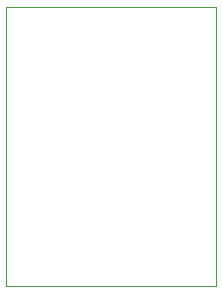
<source format=gbr>
G04 #@! TF.GenerationSoftware,KiCad,Pcbnew,(5.1.5)-3*
G04 #@! TF.CreationDate,2021-04-01T01:21:14+05:30*
G04 #@! TF.ProjectId,mpu6050,6d707536-3035-4302-9e6b-696361645f70,rev?*
G04 #@! TF.SameCoordinates,Original*
G04 #@! TF.FileFunction,Profile,NP*
%FSLAX46Y46*%
G04 Gerber Fmt 4.6, Leading zero omitted, Abs format (unit mm)*
G04 Created by KiCad (PCBNEW (5.1.5)-3) date 2021-04-01 01:21:14*
%MOMM*%
%LPD*%
G04 APERTURE LIST*
%ADD10C,0.100000*%
G04 APERTURE END LIST*
D10*
X101600000Y-89662000D02*
X101600000Y-66040000D01*
X119380000Y-89662000D02*
X101600000Y-89662000D01*
X119380000Y-66040000D02*
X119380000Y-89662000D01*
X101600000Y-66040000D02*
X119380000Y-66040000D01*
M02*

</source>
